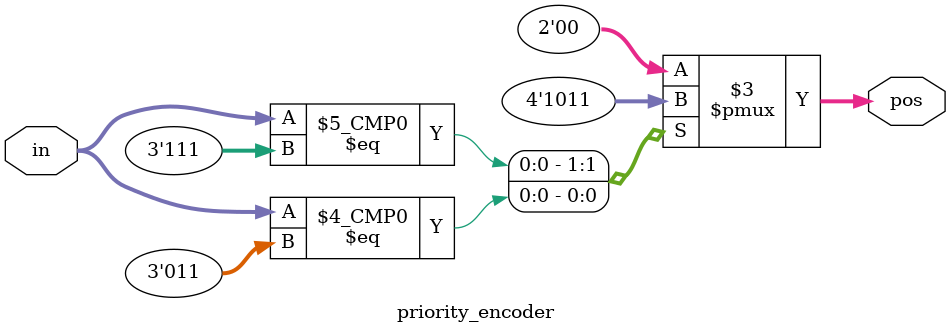
<source format=v>
module priority_encoder( 
input [2:0] in,
output reg [1:0] pos ); 
// When sel=1, assign b to out
always @(in)
	casex (in)
	//first 6 input bits
	4'b1001: pos = 2'b00; 
	4'b1011: pos = 2'b01; 
	4'b0111: pos = 2'b10; 
	4'b0011: pos = 2'b11; 
	
	//most signifigant input bit
	4'b1100: pos = 2'b10;
	default: pos = 2'b00;
	endcase
endmodule

</source>
